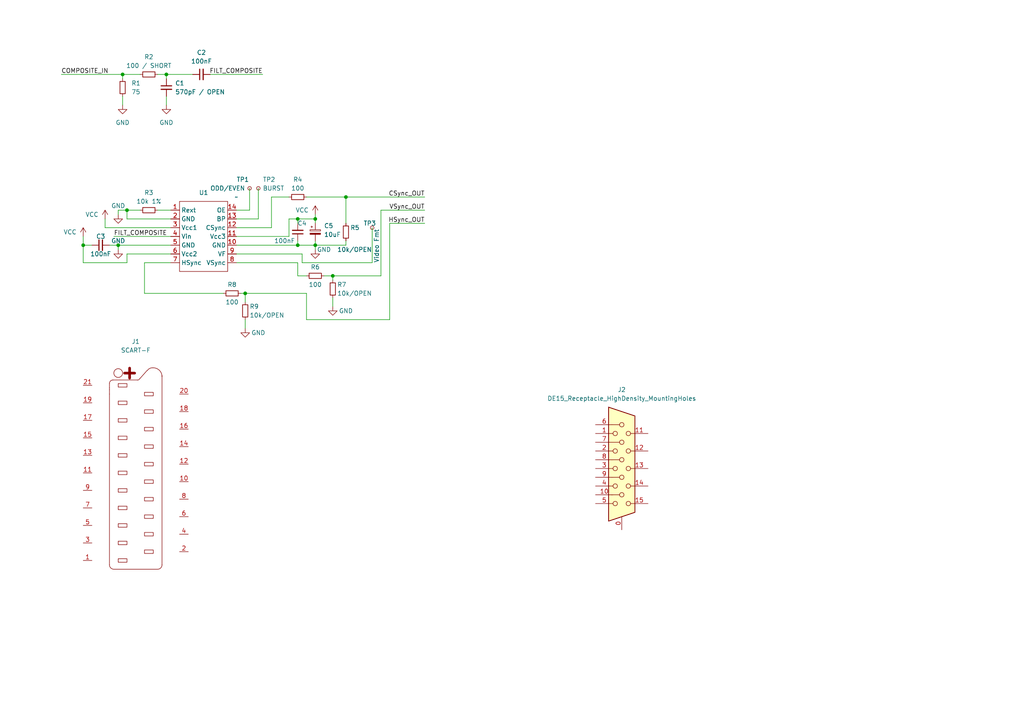
<source format=kicad_sch>
(kicad_sch (version 20230121) (generator eeschema)

  (uuid 99f02354-cbc7-4051-afde-370f4d1f5517)

  (paper "A4")

  (lib_symbols
    (symbol "Connector:DE15_Receptacle_HighDensity_MountingHoles" (pin_names (offset 1.016) hide) (in_bom yes) (on_board yes)
      (property "Reference" "J" (at 0 21.59 0)
        (effects (font (size 1.27 1.27)))
      )
      (property "Value" "DE15_Receptacle_HighDensity_MountingHoles" (at 0 19.05 0)
        (effects (font (size 1.27 1.27)))
      )
      (property "Footprint" "" (at -24.13 10.16 0)
        (effects (font (size 1.27 1.27)) hide)
      )
      (property "Datasheet" " ~" (at -24.13 10.16 0)
        (effects (font (size 1.27 1.27)) hide)
      )
      (property "ki_keywords" "connector receptacle de15 female D-SUB VGA" (at 0 0 0)
        (effects (font (size 1.27 1.27)) hide)
      )
      (property "ki_description" "15-pin female receptacle socket D-SUB connector, High density (3 columns), Triple Row, Generic, VGA-connector, Mounting Hole" (at 0 0 0)
        (effects (font (size 1.27 1.27)) hide)
      )
      (property "ki_fp_filters" "DSUB*Female*" (at 0 0 0)
        (effects (font (size 1.27 1.27)) hide)
      )
      (symbol "DE15_Receptacle_HighDensity_MountingHoles_0_1"
        (circle (center -1.905 -10.16) (radius 0.635)
          (stroke (width 0) (type default))
          (fill (type none))
        )
        (circle (center -1.905 -5.08) (radius 0.635)
          (stroke (width 0) (type default))
          (fill (type none))
        )
        (circle (center -1.905 0) (radius 0.635)
          (stroke (width 0) (type default))
          (fill (type none))
        )
        (circle (center -1.905 5.08) (radius 0.635)
          (stroke (width 0) (type default))
          (fill (type none))
        )
        (circle (center -1.905 10.16) (radius 0.635)
          (stroke (width 0) (type default))
          (fill (type none))
        )
        (circle (center 0 -7.62) (radius 0.635)
          (stroke (width 0) (type default))
          (fill (type none))
        )
        (circle (center 0 -2.54) (radius 0.635)
          (stroke (width 0) (type default))
          (fill (type none))
        )
        (polyline
          (pts
            (xy -3.175 7.62)
            (xy -0.635 7.62)
          )
          (stroke (width 0) (type default))
          (fill (type none))
        )
        (polyline
          (pts
            (xy -0.635 -7.62)
            (xy -3.175 -7.62)
          )
          (stroke (width 0) (type default))
          (fill (type none))
        )
        (polyline
          (pts
            (xy -0.635 -2.54)
            (xy -3.175 -2.54)
          )
          (stroke (width 0) (type default))
          (fill (type none))
        )
        (polyline
          (pts
            (xy -0.635 2.54)
            (xy -3.175 2.54)
          )
          (stroke (width 0) (type default))
          (fill (type none))
        )
        (polyline
          (pts
            (xy -0.635 12.7)
            (xy -3.175 12.7)
          )
          (stroke (width 0) (type default))
          (fill (type none))
        )
        (polyline
          (pts
            (xy -3.81 17.78)
            (xy -3.81 -15.24)
            (xy 3.81 -12.7)
            (xy 3.81 15.24)
            (xy -3.81 17.78)
          )
          (stroke (width 0.254) (type default))
          (fill (type background))
        )
        (circle (center 0 2.54) (radius 0.635)
          (stroke (width 0) (type default))
          (fill (type none))
        )
        (circle (center 0 7.62) (radius 0.635)
          (stroke (width 0) (type default))
          (fill (type none))
        )
        (circle (center 0 12.7) (radius 0.635)
          (stroke (width 0) (type default))
          (fill (type none))
        )
        (circle (center 1.905 -10.16) (radius 0.635)
          (stroke (width 0) (type default))
          (fill (type none))
        )
        (circle (center 1.905 -5.08) (radius 0.635)
          (stroke (width 0) (type default))
          (fill (type none))
        )
        (circle (center 1.905 0) (radius 0.635)
          (stroke (width 0) (type default))
          (fill (type none))
        )
        (circle (center 1.905 5.08) (radius 0.635)
          (stroke (width 0) (type default))
          (fill (type none))
        )
        (circle (center 1.905 10.16) (radius 0.635)
          (stroke (width 0) (type default))
          (fill (type none))
        )
      )
      (symbol "DE15_Receptacle_HighDensity_MountingHoles_1_1"
        (pin passive line (at 0 -17.78 90) (length 3.81)
          (name "~" (effects (font (size 1.27 1.27))))
          (number "0" (effects (font (size 1.27 1.27))))
        )
        (pin passive line (at -7.62 10.16 0) (length 5.08)
          (name "~" (effects (font (size 1.27 1.27))))
          (number "1" (effects (font (size 1.27 1.27))))
        )
        (pin passive line (at -7.62 -7.62 0) (length 5.08)
          (name "~" (effects (font (size 1.27 1.27))))
          (number "10" (effects (font (size 1.27 1.27))))
        )
        (pin passive line (at 7.62 10.16 180) (length 5.08)
          (name "~" (effects (font (size 1.27 1.27))))
          (number "11" (effects (font (size 1.27 1.27))))
        )
        (pin passive line (at 7.62 5.08 180) (length 5.08)
          (name "~" (effects (font (size 1.27 1.27))))
          (number "12" (effects (font (size 1.27 1.27))))
        )
        (pin passive line (at 7.62 0 180) (length 5.08)
          (name "~" (effects (font (size 1.27 1.27))))
          (number "13" (effects (font (size 1.27 1.27))))
        )
        (pin passive line (at 7.62 -5.08 180) (length 5.08)
          (name "~" (effects (font (size 1.27 1.27))))
          (number "14" (effects (font (size 1.27 1.27))))
        )
        (pin passive line (at 7.62 -10.16 180) (length 5.08)
          (name "~" (effects (font (size 1.27 1.27))))
          (number "15" (effects (font (size 1.27 1.27))))
        )
        (pin passive line (at -7.62 5.08 0) (length 5.08)
          (name "~" (effects (font (size 1.27 1.27))))
          (number "2" (effects (font (size 1.27 1.27))))
        )
        (pin passive line (at -7.62 0 0) (length 5.08)
          (name "~" (effects (font (size 1.27 1.27))))
          (number "3" (effects (font (size 1.27 1.27))))
        )
        (pin passive line (at -7.62 -5.08 0) (length 5.08)
          (name "~" (effects (font (size 1.27 1.27))))
          (number "4" (effects (font (size 1.27 1.27))))
        )
        (pin passive line (at -7.62 -10.16 0) (length 5.08)
          (name "~" (effects (font (size 1.27 1.27))))
          (number "5" (effects (font (size 1.27 1.27))))
        )
        (pin passive line (at -7.62 12.7 0) (length 5.08)
          (name "~" (effects (font (size 1.27 1.27))))
          (number "6" (effects (font (size 1.27 1.27))))
        )
        (pin passive line (at -7.62 7.62 0) (length 5.08)
          (name "~" (effects (font (size 1.27 1.27))))
          (number "7" (effects (font (size 1.27 1.27))))
        )
        (pin passive line (at -7.62 2.54 0) (length 5.08)
          (name "~" (effects (font (size 1.27 1.27))))
          (number "8" (effects (font (size 1.27 1.27))))
        )
        (pin passive line (at -7.62 -2.54 0) (length 5.08)
          (name "~" (effects (font (size 1.27 1.27))))
          (number "9" (effects (font (size 1.27 1.27))))
        )
      )
    )
    (symbol "Connector:SCART-F" (pin_names (offset 0.762) hide) (in_bom yes) (on_board yes)
      (property "Reference" "J" (at 0 31.75 0)
        (effects (font (size 1.27 1.27)))
      )
      (property "Value" "SCART-F" (at 1.016 -29.21 0)
        (effects (font (size 1.27 1.27)))
      )
      (property "Footprint" "" (at 0 1.27 0)
        (effects (font (size 1.27 1.27)) hide)
      )
      (property "Datasheet" " ~" (at 0 1.27 0)
        (effects (font (size 1.27 1.27)) hide)
      )
      (property "ki_keywords" "connector" (at 0 0 0)
        (effects (font (size 1.27 1.27)) hide)
      )
      (property "ki_description" "Prise Peritel" (at 0 0 0)
        (effects (font (size 1.27 1.27)) hide)
      )
      (symbol "SCART-F_0_1"
        (arc (start -7.62 -26.67) (mid -7.248 -27.568) (end -6.35 -27.94)
          (stroke (width 0) (type default))
          (fill (type none))
        )
        (arc (start -6.604 26.9494) (mid -7.3224 26.6518) (end -7.62 25.9334)
          (stroke (width 0) (type default))
          (fill (type none))
        )
        (rectangle (start -5.08 -24.892) (end -2.54 -25.908)
          (stroke (width 0) (type default))
          (fill (type none))
        )
        (rectangle (start -5.08 -19.812) (end -2.54 -20.828)
          (stroke (width 0) (type default))
          (fill (type none))
        )
        (rectangle (start -5.08 -14.732) (end -2.54 -15.748)
          (stroke (width 0) (type default))
          (fill (type none))
        )
        (rectangle (start -5.08 -9.652) (end -2.54 -10.668)
          (stroke (width 0) (type default))
          (fill (type none))
        )
        (rectangle (start -5.08 -4.572) (end -2.54 -5.588)
          (stroke (width 0) (type default))
          (fill (type none))
        )
        (rectangle (start -5.08 0.508) (end -2.54 -0.508)
          (stroke (width 0) (type default))
          (fill (type none))
        )
        (rectangle (start -5.08 5.588) (end -2.54 4.572)
          (stroke (width 0) (type default))
          (fill (type none))
        )
        (rectangle (start -5.08 10.668) (end -2.54 9.652)
          (stroke (width 0) (type default))
          (fill (type none))
        )
        (rectangle (start -5.08 15.748) (end -2.54 14.732)
          (stroke (width 0) (type default))
          (fill (type none))
        )
        (rectangle (start -5.08 20.828) (end -2.54 19.812)
          (stroke (width 0) (type default))
          (fill (type none))
        )
        (rectangle (start -5.08 25.908) (end -2.54 24.892)
          (stroke (width 0) (type default))
          (fill (type none))
        )
        (circle (center -5.08 28.956) (radius 1.27)
          (stroke (width 0) (type default))
          (fill (type none))
        )
        (polyline
          (pts
            (xy -7.62 22.86)
            (xy -7.62 -26.67)
          )
          (stroke (width 0) (type default))
          (fill (type none))
        )
        (polyline
          (pts
            (xy -7.62 22.86)
            (xy -7.62 24.13)
          )
          (stroke (width 0) (type default))
          (fill (type none))
        )
        (polyline
          (pts
            (xy -7.62 24.6634)
            (xy -7.62 24.13)
          )
          (stroke (width 0) (type default))
          (fill (type none))
        )
        (polyline
          (pts
            (xy -7.62 24.6634)
            (xy -7.62 25.9334)
          )
          (stroke (width 0) (type default))
          (fill (type none))
        )
        (polyline
          (pts
            (xy -6.604 26.9494)
            (xy 0.508 26.9494)
          )
          (stroke (width 0) (type default))
          (fill (type none))
        )
        (polyline
          (pts
            (xy -6.35 -27.94)
            (xy 6.35 -27.94)
          )
          (stroke (width 0) (type default))
          (fill (type none))
        )
        (polyline
          (pts
            (xy 3.302 29.718)
            (xy 1.27 27.432)
          )
          (stroke (width 0) (type default))
          (fill (type none))
        )
        (polyline
          (pts
            (xy 4.826 30.48)
            (xy 5.08 30.48)
          )
          (stroke (width 0) (type default))
          (fill (type none))
        )
        (polyline
          (pts
            (xy 7.62 -26.67)
            (xy 7.62 28.2194)
          )
          (stroke (width 0) (type default))
          (fill (type none))
        )
        (arc (start 0.508 26.924) (mid 0.9569 27.0702) (end 1.2192 27.4574)
          (stroke (width 0) (type default))
          (fill (type none))
        )
        (rectangle (start 2.54 -22.352) (end 5.08 -23.368)
          (stroke (width 0) (type default))
          (fill (type none))
        )
        (rectangle (start 2.54 -17.272) (end 5.08 -18.288)
          (stroke (width 0) (type default))
          (fill (type none))
        )
        (rectangle (start 2.54 -12.192) (end 5.08 -13.208)
          (stroke (width 0) (type default))
          (fill (type none))
        )
        (rectangle (start 2.54 -7.112) (end 5.08 -8.128)
          (stroke (width 0) (type default))
          (fill (type none))
        )
        (rectangle (start 2.54 -2.032) (end 5.08 -3.048)
          (stroke (width 0) (type default))
          (fill (type none))
        )
        (rectangle (start 2.54 3.048) (end 5.08 2.032)
          (stroke (width 0) (type default))
          (fill (type none))
        )
        (rectangle (start 2.54 8.128) (end 5.08 7.112)
          (stroke (width 0) (type default))
          (fill (type none))
        )
        (rectangle (start 2.54 13.208) (end 5.08 12.192)
          (stroke (width 0) (type default))
          (fill (type none))
        )
        (rectangle (start 2.54 18.288) (end 5.08 17.272)
          (stroke (width 0) (type default))
          (fill (type none))
        )
        (rectangle (start 2.54 23.368) (end 5.08 22.352)
          (stroke (width 0) (type default))
          (fill (type none))
        )
        (arc (start 4.826 30.48) (mid 3.999 30.2726) (end 3.3782 29.6926)
          (stroke (width 0) (type default))
          (fill (type none))
        )
        (arc (start 6.35 -27.94) (mid 7.248 -27.568) (end 7.62 -26.67)
          (stroke (width 0) (type default))
          (fill (type none))
        )
        (arc (start 7.62 27.94) (mid 6.8761 29.7361) (end 5.08 30.48)
          (stroke (width 0) (type default))
          (fill (type none))
        )
        (text "+" (at -1.778 29.21 0)
          (effects (font (size 3.81 3.81) bold))
        )
      )
      (symbol "SCART-F_1_1"
        (pin passive line (at -15.24 -25.4 0) (length 2.54)
          (name "P1" (effects (font (size 1.27 1.27))))
          (number "1" (effects (font (size 1.27 1.27))))
        )
        (pin passive line (at 15.24 -2.54 180) (length 2.54)
          (name "P10" (effects (font (size 1.27 1.27))))
          (number "10" (effects (font (size 1.27 1.27))))
        )
        (pin passive line (at -15.24 0 0) (length 2.54)
          (name "P11" (effects (font (size 1.27 1.27))))
          (number "11" (effects (font (size 1.27 1.27))))
        )
        (pin passive line (at 15.24 2.54 180) (length 2.54)
          (name "P12" (effects (font (size 1.27 1.27))))
          (number "12" (effects (font (size 1.27 1.27))))
        )
        (pin passive line (at -15.24 5.08 0) (length 2.54)
          (name "P13" (effects (font (size 1.27 1.27))))
          (number "13" (effects (font (size 1.27 1.27))))
        )
        (pin passive line (at 15.24 7.62 180) (length 2.54)
          (name "P14" (effects (font (size 1.27 1.27))))
          (number "14" (effects (font (size 1.27 1.27))))
        )
        (pin passive line (at -15.24 10.16 0) (length 2.54)
          (name "P15" (effects (font (size 1.27 1.27))))
          (number "15" (effects (font (size 1.27 1.27))))
        )
        (pin passive line (at 15.24 12.7 180) (length 2.54)
          (name "P16" (effects (font (size 1.27 1.27))))
          (number "16" (effects (font (size 1.27 1.27))))
        )
        (pin passive line (at -15.24 15.24 0) (length 2.54)
          (name "P17" (effects (font (size 1.27 1.27))))
          (number "17" (effects (font (size 1.27 1.27))))
        )
        (pin passive line (at 15.24 17.78 180) (length 2.54)
          (name "P18" (effects (font (size 1.27 1.27))))
          (number "18" (effects (font (size 1.27 1.27))))
        )
        (pin passive line (at -15.24 20.32 0) (length 2.54)
          (name "P19" (effects (font (size 1.27 1.27))))
          (number "19" (effects (font (size 1.27 1.27))))
        )
        (pin passive line (at 15.24 -22.86 180) (length 2.54)
          (name "P2" (effects (font (size 1.27 1.27))))
          (number "2" (effects (font (size 1.27 1.27))))
        )
        (pin passive line (at 15.24 22.86 180) (length 2.54)
          (name "P20" (effects (font (size 1.27 1.27))))
          (number "20" (effects (font (size 1.27 1.27))))
        )
        (pin passive line (at -15.24 25.4 0) (length 2.54)
          (name "P21" (effects (font (size 1.27 1.27))))
          (number "21" (effects (font (size 1.27 1.27))))
        )
        (pin passive line (at -15.24 -20.32 0) (length 2.54)
          (name "P3" (effects (font (size 1.27 1.27))))
          (number "3" (effects (font (size 1.27 1.27))))
        )
        (pin passive line (at 15.24 -17.78 180) (length 2.54)
          (name "P4" (effects (font (size 1.27 1.27))))
          (number "4" (effects (font (size 1.27 1.27))))
        )
        (pin passive line (at -15.24 -15.24 0) (length 2.54)
          (name "P5" (effects (font (size 1.27 1.27))))
          (number "5" (effects (font (size 1.27 1.27))))
        )
        (pin passive line (at 15.24 -12.7 180) (length 2.54)
          (name "P6" (effects (font (size 1.27 1.27))))
          (number "6" (effects (font (size 1.27 1.27))))
        )
        (pin passive line (at -15.24 -10.16 0) (length 2.54)
          (name "P7" (effects (font (size 1.27 1.27))))
          (number "7" (effects (font (size 1.27 1.27))))
        )
        (pin passive line (at 15.24 -7.62 180) (length 2.54)
          (name "P8" (effects (font (size 1.27 1.27))))
          (number "8" (effects (font (size 1.27 1.27))))
        )
        (pin passive line (at -15.24 -5.08 0) (length 2.54)
          (name "P9" (effects (font (size 1.27 1.27))))
          (number "9" (effects (font (size 1.27 1.27))))
        )
      )
    )
    (symbol "Connector:TestPoint_Small" (pin_numbers hide) (pin_names (offset 0.762) hide) (in_bom yes) (on_board yes)
      (property "Reference" "TP" (at 0 3.81 0)
        (effects (font (size 1.27 1.27)))
      )
      (property "Value" "TestPoint_Small" (at 0 2.032 0)
        (effects (font (size 1.27 1.27)))
      )
      (property "Footprint" "" (at 5.08 0 0)
        (effects (font (size 1.27 1.27)) hide)
      )
      (property "Datasheet" "~" (at 5.08 0 0)
        (effects (font (size 1.27 1.27)) hide)
      )
      (property "ki_keywords" "test point tp" (at 0 0 0)
        (effects (font (size 1.27 1.27)) hide)
      )
      (property "ki_description" "test point" (at 0 0 0)
        (effects (font (size 1.27 1.27)) hide)
      )
      (property "ki_fp_filters" "Pin* Test*" (at 0 0 0)
        (effects (font (size 1.27 1.27)) hide)
      )
      (symbol "TestPoint_Small_0_1"
        (circle (center 0 0) (radius 0.508)
          (stroke (width 0) (type default))
          (fill (type none))
        )
      )
      (symbol "TestPoint_Small_1_1"
        (pin passive line (at 0 0 90) (length 0)
          (name "1" (effects (font (size 1.27 1.27))))
          (number "1" (effects (font (size 1.27 1.27))))
        )
      )
    )
    (symbol "Device:C_Polarized_Small" (pin_numbers hide) (pin_names (offset 0.254) hide) (in_bom yes) (on_board yes)
      (property "Reference" "C" (at 0.254 1.778 0)
        (effects (font (size 1.27 1.27)) (justify left))
      )
      (property "Value" "C_Polarized_Small" (at 0.254 -2.032 0)
        (effects (font (size 1.27 1.27)) (justify left))
      )
      (property "Footprint" "" (at 0 0 0)
        (effects (font (size 1.27 1.27)) hide)
      )
      (property "Datasheet" "~" (at 0 0 0)
        (effects (font (size 1.27 1.27)) hide)
      )
      (property "ki_keywords" "cap capacitor" (at 0 0 0)
        (effects (font (size 1.27 1.27)) hide)
      )
      (property "ki_description" "Polarized capacitor, small symbol" (at 0 0 0)
        (effects (font (size 1.27 1.27)) hide)
      )
      (property "ki_fp_filters" "CP_*" (at 0 0 0)
        (effects (font (size 1.27 1.27)) hide)
      )
      (symbol "C_Polarized_Small_0_1"
        (rectangle (start -1.524 -0.3048) (end 1.524 -0.6858)
          (stroke (width 0) (type default))
          (fill (type outline))
        )
        (rectangle (start -1.524 0.6858) (end 1.524 0.3048)
          (stroke (width 0) (type default))
          (fill (type none))
        )
        (polyline
          (pts
            (xy -1.27 1.524)
            (xy -0.762 1.524)
          )
          (stroke (width 0) (type default))
          (fill (type none))
        )
        (polyline
          (pts
            (xy -1.016 1.27)
            (xy -1.016 1.778)
          )
          (stroke (width 0) (type default))
          (fill (type none))
        )
      )
      (symbol "C_Polarized_Small_1_1"
        (pin passive line (at 0 2.54 270) (length 1.8542)
          (name "~" (effects (font (size 1.27 1.27))))
          (number "1" (effects (font (size 1.27 1.27))))
        )
        (pin passive line (at 0 -2.54 90) (length 1.8542)
          (name "~" (effects (font (size 1.27 1.27))))
          (number "2" (effects (font (size 1.27 1.27))))
        )
      )
    )
    (symbol "Device:C_Small" (pin_numbers hide) (pin_names (offset 0.254) hide) (in_bom yes) (on_board yes)
      (property "Reference" "C" (at 0.254 1.778 0)
        (effects (font (size 1.27 1.27)) (justify left))
      )
      (property "Value" "C_Small" (at 0.254 -2.032 0)
        (effects (font (size 1.27 1.27)) (justify left))
      )
      (property "Footprint" "" (at 0 0 0)
        (effects (font (size 1.27 1.27)) hide)
      )
      (property "Datasheet" "~" (at 0 0 0)
        (effects (font (size 1.27 1.27)) hide)
      )
      (property "ki_keywords" "capacitor cap" (at 0 0 0)
        (effects (font (size 1.27 1.27)) hide)
      )
      (property "ki_description" "Unpolarized capacitor, small symbol" (at 0 0 0)
        (effects (font (size 1.27 1.27)) hide)
      )
      (property "ki_fp_filters" "C_*" (at 0 0 0)
        (effects (font (size 1.27 1.27)) hide)
      )
      (symbol "C_Small_0_1"
        (polyline
          (pts
            (xy -1.524 -0.508)
            (xy 1.524 -0.508)
          )
          (stroke (width 0.3302) (type default))
          (fill (type none))
        )
        (polyline
          (pts
            (xy -1.524 0.508)
            (xy 1.524 0.508)
          )
          (stroke (width 0.3048) (type default))
          (fill (type none))
        )
      )
      (symbol "C_Small_1_1"
        (pin passive line (at 0 2.54 270) (length 2.032)
          (name "~" (effects (font (size 1.27 1.27))))
          (number "1" (effects (font (size 1.27 1.27))))
        )
        (pin passive line (at 0 -2.54 90) (length 2.032)
          (name "~" (effects (font (size 1.27 1.27))))
          (number "2" (effects (font (size 1.27 1.27))))
        )
      )
    )
    (symbol "Device:R_Small" (pin_numbers hide) (pin_names (offset 0.254) hide) (in_bom yes) (on_board yes)
      (property "Reference" "R" (at 0.762 0.508 0)
        (effects (font (size 1.27 1.27)) (justify left))
      )
      (property "Value" "R_Small" (at 0.762 -1.016 0)
        (effects (font (size 1.27 1.27)) (justify left))
      )
      (property "Footprint" "" (at 0 0 0)
        (effects (font (size 1.27 1.27)) hide)
      )
      (property "Datasheet" "~" (at 0 0 0)
        (effects (font (size 1.27 1.27)) hide)
      )
      (property "ki_keywords" "R resistor" (at 0 0 0)
        (effects (font (size 1.27 1.27)) hide)
      )
      (property "ki_description" "Resistor, small symbol" (at 0 0 0)
        (effects (font (size 1.27 1.27)) hide)
      )
      (property "ki_fp_filters" "R_*" (at 0 0 0)
        (effects (font (size 1.27 1.27)) hide)
      )
      (symbol "R_Small_0_1"
        (rectangle (start -0.762 1.778) (end 0.762 -1.778)
          (stroke (width 0.2032) (type default))
          (fill (type none))
        )
      )
      (symbol "R_Small_1_1"
        (pin passive line (at 0 2.54 270) (length 0.762)
          (name "~" (effects (font (size 1.27 1.27))))
          (number "1" (effects (font (size 1.27 1.27))))
        )
        (pin passive line (at 0 -2.54 90) (length 0.762)
          (name "~" (effects (font (size 1.27 1.27))))
          (number "2" (effects (font (size 1.27 1.27))))
        )
      )
    )
    (symbol "LMH1981:LMH1981" (in_bom yes) (on_board yes)
      (property "Reference" "U" (at -5.08 11.43 0)
        (effects (font (size 1.27 1.27)))
      )
      (property "Value" "" (at 8.89 11.43 0)
        (effects (font (size 1.27 1.27)))
      )
      (property "Footprint" "Package_SO:TSSOP-14_4.4x5mm_P0.65mm" (at 8.89 11.43 0)
        (effects (font (size 1.27 1.27)) hide)
      )
      (property "Datasheet" "" (at 8.89 11.43 0)
        (effects (font (size 1.27 1.27)) hide)
      )
      (symbol "LMH1981_0_1"
        (rectangle (start -7.62 10.16) (end 6.35 -10.16)
          (stroke (width 0) (type default))
          (fill (type none))
        )
      )
      (symbol "LMH1981_1_1"
        (pin input line (at -10.16 7.62 0) (length 2.54)
          (name "Rext" (effects (font (size 1.27 1.27))))
          (number "1" (effects (font (size 1.27 1.27))))
        )
        (pin power_in line (at 8.89 -2.54 180) (length 2.54)
          (name "GND" (effects (font (size 1.27 1.27))))
          (number "10" (effects (font (size 1.27 1.27))))
        )
        (pin power_in line (at 8.89 0 180) (length 2.54)
          (name "Vcc3" (effects (font (size 1.27 1.27))))
          (number "11" (effects (font (size 1.27 1.27))))
        )
        (pin output line (at 8.89 2.54 180) (length 2.54)
          (name "CSync" (effects (font (size 1.27 1.27))))
          (number "12" (effects (font (size 1.27 1.27))))
        )
        (pin output line (at 8.89 5.08 180) (length 2.54)
          (name "BP" (effects (font (size 1.27 1.27))))
          (number "13" (effects (font (size 1.27 1.27))))
        )
        (pin output line (at 8.89 7.62 180) (length 2.54)
          (name "OE" (effects (font (size 1.27 1.27))))
          (number "14" (effects (font (size 1.27 1.27))))
        )
        (pin power_in line (at -10.16 5.08 0) (length 2.54)
          (name "GND" (effects (font (size 1.27 1.27))))
          (number "2" (effects (font (size 1.27 1.27))))
        )
        (pin power_in line (at -10.16 2.54 0) (length 2.54)
          (name "Vcc1" (effects (font (size 1.27 1.27))))
          (number "3" (effects (font (size 1.27 1.27))))
        )
        (pin input line (at -10.16 0 0) (length 2.54)
          (name "Vin" (effects (font (size 1.27 1.27))))
          (number "4" (effects (font (size 1.27 1.27))))
        )
        (pin power_in line (at -10.16 -2.54 0) (length 2.54)
          (name "GND" (effects (font (size 1.27 1.27))))
          (number "5" (effects (font (size 1.27 1.27))))
        )
        (pin power_in line (at -10.16 -5.08 0) (length 2.54)
          (name "Vcc2" (effects (font (size 1.27 1.27))))
          (number "6" (effects (font (size 1.27 1.27))))
        )
        (pin output line (at -10.16 -7.62 0) (length 2.54)
          (name "HSync" (effects (font (size 1.27 1.27))))
          (number "7" (effects (font (size 1.27 1.27))))
        )
        (pin output line (at 8.89 -7.62 180) (length 2.54)
          (name "VSync" (effects (font (size 1.27 1.27))))
          (number "8" (effects (font (size 1.27 1.27))))
        )
        (pin output line (at 8.89 -5.08 180) (length 2.54)
          (name "VF" (effects (font (size 1.27 1.27))))
          (number "9" (effects (font (size 1.27 1.27))))
        )
      )
    )
    (symbol "power:GND" (power) (pin_names (offset 0)) (in_bom yes) (on_board yes)
      (property "Reference" "#PWR" (at 0 -6.35 0)
        (effects (font (size 1.27 1.27)) hide)
      )
      (property "Value" "GND" (at 0 -3.81 0)
        (effects (font (size 1.27 1.27)))
      )
      (property "Footprint" "" (at 0 0 0)
        (effects (font (size 1.27 1.27)) hide)
      )
      (property "Datasheet" "" (at 0 0 0)
        (effects (font (size 1.27 1.27)) hide)
      )
      (property "ki_keywords" "global power" (at 0 0 0)
        (effects (font (size 1.27 1.27)) hide)
      )
      (property "ki_description" "Power symbol creates a global label with name \"GND\" , ground" (at 0 0 0)
        (effects (font (size 1.27 1.27)) hide)
      )
      (symbol "GND_0_1"
        (polyline
          (pts
            (xy 0 0)
            (xy 0 -1.27)
            (xy 1.27 -1.27)
            (xy 0 -2.54)
            (xy -1.27 -1.27)
            (xy 0 -1.27)
          )
          (stroke (width 0) (type default))
          (fill (type none))
        )
      )
      (symbol "GND_1_1"
        (pin power_in line (at 0 0 270) (length 0) hide
          (name "GND" (effects (font (size 1.27 1.27))))
          (number "1" (effects (font (size 1.27 1.27))))
        )
      )
    )
    (symbol "power:VCC" (power) (pin_names (offset 0)) (in_bom yes) (on_board yes)
      (property "Reference" "#PWR" (at 0 -3.81 0)
        (effects (font (size 1.27 1.27)) hide)
      )
      (property "Value" "VCC" (at 0 3.81 0)
        (effects (font (size 1.27 1.27)))
      )
      (property "Footprint" "" (at 0 0 0)
        (effects (font (size 1.27 1.27)) hide)
      )
      (property "Datasheet" "" (at 0 0 0)
        (effects (font (size 1.27 1.27)) hide)
      )
      (property "ki_keywords" "global power" (at 0 0 0)
        (effects (font (size 1.27 1.27)) hide)
      )
      (property "ki_description" "Power symbol creates a global label with name \"VCC\"" (at 0 0 0)
        (effects (font (size 1.27 1.27)) hide)
      )
      (symbol "VCC_0_1"
        (polyline
          (pts
            (xy -0.762 1.27)
            (xy 0 2.54)
          )
          (stroke (width 0) (type default))
          (fill (type none))
        )
        (polyline
          (pts
            (xy 0 0)
            (xy 0 2.54)
          )
          (stroke (width 0) (type default))
          (fill (type none))
        )
        (polyline
          (pts
            (xy 0 2.54)
            (xy 0.762 1.27)
          )
          (stroke (width 0) (type default))
          (fill (type none))
        )
      )
      (symbol "VCC_1_1"
        (pin power_in line (at 0 0 90) (length 0) hide
          (name "VCC" (effects (font (size 1.27 1.27))))
          (number "1" (effects (font (size 1.27 1.27))))
        )
      )
    )
  )

  (junction (at 34.29 71.12) (diameter 0) (color 0 0 0 0)
    (uuid 1f6151fd-c8b3-4ce4-886c-459f677ad68d)
  )
  (junction (at 36.83 60.96) (diameter 0) (color 0 0 0 0)
    (uuid 20eb1602-902c-47ce-8985-c0a380bc79be)
  )
  (junction (at 100.33 57.15) (diameter 0) (color 0 0 0 0)
    (uuid 2e3b5c18-8c6f-49c8-b0e9-5053b5c4e1e2)
  )
  (junction (at 91.44 71.12) (diameter 0) (color 0 0 0 0)
    (uuid 306a20c6-269c-41f7-99fb-92b95ce28d11)
  )
  (junction (at 96.52 80.01) (diameter 0) (color 0 0 0 0)
    (uuid 4e2cd2e0-77d9-4b43-a170-2677763c7680)
  )
  (junction (at 71.12 85.09) (diameter 0) (color 0 0 0 0)
    (uuid 68d91867-d5ef-4760-84b6-83df8b15777e)
  )
  (junction (at 86.36 71.12) (diameter 0) (color 0 0 0 0)
    (uuid 6d8213b9-5216-43fa-a9bb-0532df625612)
  )
  (junction (at 86.36 63.5) (diameter 0) (color 0 0 0 0)
    (uuid 6ee6aa93-8f69-4817-ad87-f04486d92cee)
  )
  (junction (at 24.13 71.12) (diameter 0) (color 0 0 0 0)
    (uuid 86f06fb7-ff20-40fb-a6e0-8dd0b9abe961)
  )
  (junction (at 91.44 63.5) (diameter 0) (color 0 0 0 0)
    (uuid 8ac8623d-47a9-4013-9669-69f067e8c363)
  )
  (junction (at 35.56 21.59) (diameter 0) (color 0 0 0 0)
    (uuid 93876194-f177-4d66-b38b-9a0cae48cc46)
  )
  (junction (at 48.26 21.59) (diameter 0) (color 0 0 0 0)
    (uuid d0c4a700-7248-447e-a861-d48b31611132)
  )

  (wire (pts (xy 49.53 76.2) (xy 41.91 76.2))
    (stroke (width 0) (type default))
    (uuid 06b977fd-584c-496d-9772-e5c6574d0047)
  )
  (wire (pts (xy 91.44 71.12) (xy 91.44 72.39))
    (stroke (width 0) (type default))
    (uuid 07f8c32e-e579-4b96-8d61-8f38c69656fb)
  )
  (wire (pts (xy 33.02 68.58) (xy 49.53 68.58))
    (stroke (width 0) (type default))
    (uuid 082b2a2b-17b6-40af-a332-bd27aad789dd)
  )
  (wire (pts (xy 49.53 71.12) (xy 34.29 71.12))
    (stroke (width 0) (type default))
    (uuid 0995dfb3-8a05-4123-95e7-02b621f1cdf4)
  )
  (wire (pts (xy 87.63 73.66) (xy 87.63 76.2))
    (stroke (width 0) (type default))
    (uuid 0a5da063-0d66-418f-a9db-1c91f27ef972)
  )
  (wire (pts (xy 86.36 63.5) (xy 86.36 64.77))
    (stroke (width 0) (type default))
    (uuid 135e39ee-8ce1-4367-9d26-736c1cf772d9)
  )
  (wire (pts (xy 35.56 27.94) (xy 35.56 30.48))
    (stroke (width 0) (type default))
    (uuid 1664bd1f-ee02-4022-910d-41f520bc925c)
  )
  (wire (pts (xy 78.74 66.04) (xy 78.74 57.15))
    (stroke (width 0) (type default))
    (uuid 19ce7573-48b7-4f3f-b4d9-907737e74a24)
  )
  (wire (pts (xy 31.75 71.12) (xy 34.29 71.12))
    (stroke (width 0) (type default))
    (uuid 22bb1fb6-e38d-414b-96b0-35d9da2a5f01)
  )
  (wire (pts (xy 49.53 73.66) (xy 36.83 73.66))
    (stroke (width 0) (type default))
    (uuid 247afcf5-6e3a-4c9a-b548-ef8a45dbbc1f)
  )
  (wire (pts (xy 48.26 21.59) (xy 55.88 21.59))
    (stroke (width 0) (type default))
    (uuid 29c2b8f7-59cd-4796-a78c-73745bd4ffbc)
  )
  (wire (pts (xy 83.82 68.58) (xy 83.82 63.5))
    (stroke (width 0) (type default))
    (uuid 29e12d5e-70c6-4ec7-84f8-5c0d06c6a96e)
  )
  (wire (pts (xy 48.26 21.59) (xy 48.26 22.86))
    (stroke (width 0) (type default))
    (uuid 2a4e28c7-a412-4c5e-9887-1d0e9c50b758)
  )
  (wire (pts (xy 86.36 63.5) (xy 91.44 63.5))
    (stroke (width 0) (type default))
    (uuid 2b672ae8-8c3f-4fa5-805c-ad16cf6dd492)
  )
  (wire (pts (xy 107.95 66.04) (xy 107.95 76.2))
    (stroke (width 0) (type default))
    (uuid 2c862b8b-7292-47ca-bdaa-262d75aecee6)
  )
  (wire (pts (xy 83.82 63.5) (xy 86.36 63.5))
    (stroke (width 0) (type default))
    (uuid 340d94a1-4840-495f-adf2-dd541fa6c9fe)
  )
  (wire (pts (xy 68.58 71.12) (xy 86.36 71.12))
    (stroke (width 0) (type default))
    (uuid 3ab0170c-ba5f-479e-8eab-d986206c0a52)
  )
  (wire (pts (xy 17.78 21.59) (xy 35.56 21.59))
    (stroke (width 0) (type default))
    (uuid 3cc04199-a1c3-4bc9-8b1b-cbf7ffd3ef86)
  )
  (wire (pts (xy 60.96 21.59) (xy 76.2 21.59))
    (stroke (width 0) (type default))
    (uuid 3dedd460-60a8-4432-b7c8-4bae03fe9248)
  )
  (wire (pts (xy 24.13 76.2) (xy 24.13 71.12))
    (stroke (width 0) (type default))
    (uuid 3f7647ea-4100-4c4c-b24c-8ebfde22337b)
  )
  (wire (pts (xy 88.9 57.15) (xy 100.33 57.15))
    (stroke (width 0) (type default))
    (uuid 42e2430d-3917-468c-9538-b592d88e8e84)
  )
  (wire (pts (xy 100.33 57.15) (xy 100.33 64.77))
    (stroke (width 0) (type default))
    (uuid 49a34792-483a-4e4f-990b-e7336c4547fa)
  )
  (wire (pts (xy 24.13 71.12) (xy 26.67 71.12))
    (stroke (width 0) (type default))
    (uuid 4b10524d-54fc-4777-97f6-8149b382f66a)
  )
  (wire (pts (xy 91.44 71.12) (xy 100.33 71.12))
    (stroke (width 0) (type default))
    (uuid 4b7dc156-fe47-41c8-9223-bdfb48862d03)
  )
  (wire (pts (xy 87.63 76.2) (xy 107.95 76.2))
    (stroke (width 0) (type default))
    (uuid 50abde1c-d9eb-4e72-b000-7b05a591e078)
  )
  (wire (pts (xy 68.58 73.66) (xy 87.63 73.66))
    (stroke (width 0) (type default))
    (uuid 50be083e-4e14-4c8f-b462-d9274ead7ec4)
  )
  (wire (pts (xy 68.58 68.58) (xy 83.82 68.58))
    (stroke (width 0) (type default))
    (uuid 53129b1c-82df-4f25-96e7-fa6a53b54bd5)
  )
  (wire (pts (xy 86.36 80.01) (xy 88.9 80.01))
    (stroke (width 0) (type default))
    (uuid 58488783-23ef-48aa-85a7-a67da477b908)
  )
  (wire (pts (xy 100.33 71.12) (xy 100.33 69.85))
    (stroke (width 0) (type default))
    (uuid 6423cac9-fa6e-43ea-8ce7-2a416ca8342a)
  )
  (wire (pts (xy 35.56 21.59) (xy 40.64 21.59))
    (stroke (width 0) (type default))
    (uuid 64e007ad-09ed-4b03-8d8d-280dfd089b68)
  )
  (wire (pts (xy 110.49 80.01) (xy 110.49 60.96))
    (stroke (width 0) (type default))
    (uuid 66cfce21-784a-48d9-9ce3-ed1fe6cd35d0)
  )
  (wire (pts (xy 93.98 80.01) (xy 96.52 80.01))
    (stroke (width 0) (type default))
    (uuid 6a60f426-3b46-499c-9a7d-878b1e7d67b9)
  )
  (wire (pts (xy 36.83 60.96) (xy 34.29 60.96))
    (stroke (width 0) (type default))
    (uuid 756a3a93-5d0b-4bd2-ac34-e0124588bf30)
  )
  (wire (pts (xy 49.53 66.04) (xy 30.48 66.04))
    (stroke (width 0) (type default))
    (uuid 77217a13-86d8-4570-83d2-bdcebe55c8c7)
  )
  (wire (pts (xy 40.64 60.96) (xy 36.83 60.96))
    (stroke (width 0) (type default))
    (uuid 78cba15a-fffc-4880-ae50-0894dda38914)
  )
  (wire (pts (xy 71.12 85.09) (xy 71.12 87.63))
    (stroke (width 0) (type default))
    (uuid 79ee5566-3257-4c51-85c4-d1834d600046)
  )
  (wire (pts (xy 68.58 66.04) (xy 78.74 66.04))
    (stroke (width 0) (type default))
    (uuid 7c941a88-6035-4311-b51e-4d923c10e040)
  )
  (wire (pts (xy 86.36 76.2) (xy 86.36 80.01))
    (stroke (width 0) (type default))
    (uuid 7f6c4d42-5dec-4cde-ac27-310f86c9f92e)
  )
  (wire (pts (xy 30.48 66.04) (xy 30.48 63.5))
    (stroke (width 0) (type default))
    (uuid 81455559-9191-4ec5-abc0-b7d8027dd9f2)
  )
  (wire (pts (xy 36.83 73.66) (xy 36.83 76.2))
    (stroke (width 0) (type default))
    (uuid 8336c67a-7e37-43f9-9d28-42030e80a9d9)
  )
  (wire (pts (xy 91.44 63.5) (xy 91.44 64.77))
    (stroke (width 0) (type default))
    (uuid 8493f2fd-7102-4f21-84bb-cffbe42c62e5)
  )
  (wire (pts (xy 86.36 71.12) (xy 91.44 71.12))
    (stroke (width 0) (type default))
    (uuid 84bfb1e1-c2d4-4cb6-980e-ed5be76c1695)
  )
  (wire (pts (xy 78.74 57.15) (xy 83.82 57.15))
    (stroke (width 0) (type default))
    (uuid 882b26a1-5102-46b3-8e93-59e938af095f)
  )
  (wire (pts (xy 100.33 57.15) (xy 123.19 57.15))
    (stroke (width 0) (type default))
    (uuid 8fbfa21d-9895-46c5-8d16-99123551583b)
  )
  (wire (pts (xy 91.44 71.12) (xy 91.44 69.85))
    (stroke (width 0) (type default))
    (uuid 8fcb57c5-5fda-4695-b16e-2a4080da9340)
  )
  (wire (pts (xy 113.03 64.77) (xy 123.19 64.77))
    (stroke (width 0) (type default))
    (uuid 94639774-481c-4dec-8da8-a08ff55f25a1)
  )
  (wire (pts (xy 110.49 60.96) (xy 123.19 60.96))
    (stroke (width 0) (type default))
    (uuid 94ac643d-2d2c-40df-a9dc-face6698f339)
  )
  (wire (pts (xy 69.85 85.09) (xy 71.12 85.09))
    (stroke (width 0) (type default))
    (uuid 965f619f-6d7d-4621-921d-2b18fbd0d111)
  )
  (wire (pts (xy 41.91 76.2) (xy 41.91 85.09))
    (stroke (width 0) (type default))
    (uuid 9688d957-c2c4-4ae4-b462-527ac29e51d7)
  )
  (wire (pts (xy 96.52 80.01) (xy 96.52 81.28))
    (stroke (width 0) (type default))
    (uuid 99be2588-6b5c-420f-a3d8-31bf0bae3691)
  )
  (wire (pts (xy 34.29 71.12) (xy 34.29 72.39))
    (stroke (width 0) (type default))
    (uuid 9e6ddc27-22e0-46cd-99b6-42e9778473ee)
  )
  (wire (pts (xy 88.9 92.71) (xy 113.03 92.71))
    (stroke (width 0) (type default))
    (uuid 9f5ccae8-5b3f-486a-b8b6-781b46e6ce1c)
  )
  (wire (pts (xy 91.44 62.23) (xy 91.44 63.5))
    (stroke (width 0) (type default))
    (uuid a02d0bd2-d2d6-44b8-95fc-e2046a6c459b)
  )
  (wire (pts (xy 68.58 76.2) (xy 86.36 76.2))
    (stroke (width 0) (type default))
    (uuid a18222fc-f68b-4311-a92a-4d2e02e056c4)
  )
  (wire (pts (xy 71.12 85.09) (xy 88.9 85.09))
    (stroke (width 0) (type default))
    (uuid a96bd3e1-8020-441d-819c-6d23797d504e)
  )
  (wire (pts (xy 48.26 27.94) (xy 48.26 30.48))
    (stroke (width 0) (type default))
    (uuid aa9a9154-558d-4260-a6b7-65b1ca17f30e)
  )
  (wire (pts (xy 34.29 60.96) (xy 34.29 62.23))
    (stroke (width 0) (type default))
    (uuid b1222e31-c08e-4ead-ac5f-7ab8d0f31343)
  )
  (wire (pts (xy 36.83 63.5) (xy 36.83 60.96))
    (stroke (width 0) (type default))
    (uuid b2094750-b539-4925-8b26-680ba5391284)
  )
  (wire (pts (xy 71.12 92.71) (xy 71.12 95.25))
    (stroke (width 0) (type default))
    (uuid b365a9ef-4891-4658-ad1f-0a82f6be267f)
  )
  (wire (pts (xy 68.58 60.96) (xy 72.39 60.96))
    (stroke (width 0) (type default))
    (uuid b48bd060-62b1-43f3-9e5e-4cd72c528d16)
  )
  (wire (pts (xy 35.56 21.59) (xy 35.56 22.86))
    (stroke (width 0) (type default))
    (uuid b5dc132e-98d1-49f0-82ba-33777af64a8a)
  )
  (wire (pts (xy 96.52 86.36) (xy 96.52 88.9))
    (stroke (width 0) (type default))
    (uuid b812210c-50ce-487d-93b2-65290ab0fd29)
  )
  (wire (pts (xy 96.52 80.01) (xy 110.49 80.01))
    (stroke (width 0) (type default))
    (uuid ba554531-54ad-4006-8699-618a0d0392ec)
  )
  (wire (pts (xy 88.9 85.09) (xy 88.9 92.71))
    (stroke (width 0) (type default))
    (uuid d98c7c0f-87bc-4be7-98a0-668298421f13)
  )
  (wire (pts (xy 45.72 60.96) (xy 49.53 60.96))
    (stroke (width 0) (type default))
    (uuid dab13099-0f62-4908-b467-4e439eb1ea91)
  )
  (wire (pts (xy 49.53 63.5) (xy 36.83 63.5))
    (stroke (width 0) (type default))
    (uuid dcbf9dd8-548e-4f6c-902c-030e379ff316)
  )
  (wire (pts (xy 36.83 76.2) (xy 24.13 76.2))
    (stroke (width 0) (type default))
    (uuid de917442-4eda-411b-b319-3e35dfc726c7)
  )
  (wire (pts (xy 74.93 63.5) (xy 74.93 54.61))
    (stroke (width 0) (type default))
    (uuid e557ac82-ddfd-42a6-9e7c-41489dce3677)
  )
  (wire (pts (xy 86.36 69.85) (xy 86.36 71.12))
    (stroke (width 0) (type default))
    (uuid ebd646de-8acd-4b32-a5a2-0daab117f73f)
  )
  (wire (pts (xy 41.91 85.09) (xy 64.77 85.09))
    (stroke (width 0) (type default))
    (uuid eddd87c9-cce4-4887-8765-d46cb0ee5fe1)
  )
  (wire (pts (xy 45.72 21.59) (xy 48.26 21.59))
    (stroke (width 0) (type default))
    (uuid ee1d0a56-8104-426c-b890-6f2be6eb63d9)
  )
  (wire (pts (xy 24.13 68.58) (xy 24.13 71.12))
    (stroke (width 0) (type default))
    (uuid f4af5ea7-b34c-4964-9612-075a09ac5a7b)
  )
  (wire (pts (xy 113.03 92.71) (xy 113.03 64.77))
    (stroke (width 0) (type default))
    (uuid f8b7bbca-1c28-442f-b4f5-dea995e4648e)
  )
  (wire (pts (xy 72.39 60.96) (xy 72.39 54.61))
    (stroke (width 0) (type default))
    (uuid fbcebaae-3e23-43d4-b0e6-fef64f80dc51)
  )
  (wire (pts (xy 68.58 63.5) (xy 74.93 63.5))
    (stroke (width 0) (type default))
    (uuid fecb1d77-8bcc-4e65-b883-ca7923dfe565)
  )

  (label "VSync_OUT" (at 123.19 60.96 180) (fields_autoplaced)
    (effects (font (size 1.27 1.27)) (justify right bottom))
    (uuid 0036dfba-f69b-4a42-8871-bf602b4361a4)
  )
  (label "FILT_COMPOSITE" (at 33.02 68.58 0) (fields_autoplaced)
    (effects (font (size 1.27 1.27)) (justify left bottom))
    (uuid 0181d29f-af31-43e7-aa18-a442f42c4d09)
  )
  (label "FILT_COMPOSITE" (at 76.2 21.59 180) (fields_autoplaced)
    (effects (font (size 1.27 1.27)) (justify right bottom))
    (uuid 30ddcc62-e818-4972-8390-7a53895d0888)
  )
  (label "CSync_OUT" (at 123.19 57.15 180) (fields_autoplaced)
    (effects (font (size 1.27 1.27)) (justify right bottom))
    (uuid 6473f3d8-7fd2-479f-8d12-a9f3f2da6df6)
  )
  (label "HSync_OUT" (at 123.19 64.77 180) (fields_autoplaced)
    (effects (font (size 1.27 1.27)) (justify right bottom))
    (uuid 6b2ab497-32a5-4f45-8483-992343992fd5)
  )
  (label "COMPOSITE_IN" (at 17.78 21.59 0) (fields_autoplaced)
    (effects (font (size 1.27 1.27)) (justify left bottom))
    (uuid b70f322c-5cb2-4587-baa2-1536368336c6)
  )

  (symbol (lib_id "Connector:DE15_Receptacle_HighDensity_MountingHoles") (at 180.34 135.89 0) (unit 1)
    (in_bom yes) (on_board yes) (dnp no) (fields_autoplaced)
    (uuid 0981753a-3eae-4423-afbb-3843d486b273)
    (property "Reference" "J2" (at 180.34 113.03 0)
      (effects (font (size 1.27 1.27)))
    )
    (property "Value" "DE15_Receptacle_HighDensity_MountingHoles" (at 180.34 115.57 0)
      (effects (font (size 1.27 1.27)))
    )
    (property "Footprint" "" (at 156.21 125.73 0)
      (effects (font (size 1.27 1.27)) hide)
    )
    (property "Datasheet" " ~" (at 156.21 125.73 0)
      (effects (font (size 1.27 1.27)) hide)
    )
    (pin "0" (uuid f207eb39-902a-4db8-8f66-970004278be9))
    (pin "1" (uuid 6ccf8667-55fb-4157-a087-c65d0cd06218))
    (pin "10" (uuid f5a7850f-d2d3-4180-97c1-48b45181716b))
    (pin "11" (uuid 837ec30e-d70e-416a-89d2-3acdfffff757))
    (pin "12" (uuid e5a6539d-89dd-477b-b397-c52aecc4fe7a))
    (pin "13" (uuid f2956414-8fa8-4161-92ab-341937733c3b))
    (pin "14" (uuid 31d7e32a-a2e8-4fdb-9d17-cd15f5f9bd62))
    (pin "15" (uuid 896a53e6-5ac6-4572-8885-25a956640c93))
    (pin "2" (uuid 5984cd55-1fc7-4b31-872c-67580fe5f64a))
    (pin "3" (uuid 4fcaaf3f-9834-49ef-858c-11d3f2d275c5))
    (pin "4" (uuid f08221fc-2508-465e-ade8-b8b43feb882e))
    (pin "5" (uuid 7f7c3087-2b96-4b53-b555-8499f0c9414d))
    (pin "6" (uuid 9bd967be-a4e6-4613-bc75-46ee667d07bd))
    (pin "7" (uuid cffa122e-953b-4c65-b137-679e473cc116))
    (pin "8" (uuid e8e22c8d-bf67-41a9-9c31-8c0a7726556b))
    (pin "9" (uuid 324ad375-5ed1-4914-b685-e6c56ffa7fec))
    (instances
      (project "SCART_syncSplitter"
        (path "/99f02354-cbc7-4051-afde-370f4d1f5517"
          (reference "J2") (unit 1)
        )
      )
    )
  )

  (symbol (lib_id "Device:C_Small") (at 29.21 71.12 90) (unit 1)
    (in_bom yes) (on_board yes) (dnp no)
    (uuid 0baf83ab-3e92-431d-88b5-8b6832368c0d)
    (property "Reference" "C3" (at 29.21 68.58 90)
      (effects (font (size 1.27 1.27)))
    )
    (property "Value" "100nF" (at 29.21 73.66 90)
      (effects (font (size 1.27 1.27)))
    )
    (property "Footprint" "" (at 29.21 71.12 0)
      (effects (font (size 1.27 1.27)) hide)
    )
    (property "Datasheet" "~" (at 29.21 71.12 0)
      (effects (font (size 1.27 1.27)) hide)
    )
    (pin "1" (uuid 8a582c70-42cd-41b5-afca-6c8e3182540b))
    (pin "2" (uuid 58d501cd-3acd-4222-a4c7-92176ee21a47))
    (instances
      (project "SCART_syncSplitter"
        (path "/99f02354-cbc7-4051-afde-370f4d1f5517"
          (reference "C3") (unit 1)
        )
      )
    )
  )

  (symbol (lib_id "Connector:TestPoint_Small") (at 72.39 54.61 0) (unit 1)
    (in_bom yes) (on_board yes) (dnp no)
    (uuid 0e6f3428-e099-4800-aaa4-8f731ac5333b)
    (property "Reference" "TP1" (at 68.58 52.07 0)
      (effects (font (size 1.27 1.27)) (justify left))
    )
    (property "Value" "ODD/EVEN" (at 60.96 54.61 0)
      (effects (font (size 1.27 1.27)) (justify left))
    )
    (property "Footprint" "" (at 77.47 54.61 0)
      (effects (font (size 1.27 1.27)) hide)
    )
    (property "Datasheet" "~" (at 77.47 54.61 0)
      (effects (font (size 1.27 1.27)) hide)
    )
    (pin "1" (uuid 765be7ee-6bfe-476f-9502-55e2a1135e73))
    (instances
      (project "SCART_syncSplitter"
        (path "/99f02354-cbc7-4051-afde-370f4d1f5517"
          (reference "TP1") (unit 1)
        )
      )
    )
  )

  (symbol (lib_id "Device:R_Small") (at 43.18 60.96 90) (unit 1)
    (in_bom yes) (on_board yes) (dnp no) (fields_autoplaced)
    (uuid 11938f24-b6e5-4c52-aed9-77b4d3dbec7a)
    (property "Reference" "R3" (at 43.18 55.88 90)
      (effects (font (size 1.27 1.27)))
    )
    (property "Value" "10k 1%" (at 43.18 58.42 90)
      (effects (font (size 1.27 1.27)))
    )
    (property "Footprint" "" (at 43.18 60.96 0)
      (effects (font (size 1.27 1.27)) hide)
    )
    (property "Datasheet" "~" (at 43.18 60.96 0)
      (effects (font (size 1.27 1.27)) hide)
    )
    (pin "1" (uuid c0a9aedb-de2a-43ff-8195-2fd9d5bfbfd0))
    (pin "2" (uuid 87538dc9-2326-4548-8598-8d2b1b6b2dd1))
    (instances
      (project "SCART_syncSplitter"
        (path "/99f02354-cbc7-4051-afde-370f4d1f5517"
          (reference "R3") (unit 1)
        )
      )
    )
  )

  (symbol (lib_id "Device:C_Small") (at 58.42 21.59 90) (unit 1)
    (in_bom yes) (on_board yes) (dnp no) (fields_autoplaced)
    (uuid 128fa4c1-b0f0-4222-81bd-8cea211ba7ce)
    (property "Reference" "C2" (at 58.4263 15.24 90)
      (effects (font (size 1.27 1.27)))
    )
    (property "Value" "100nF" (at 58.4263 17.78 90)
      (effects (font (size 1.27 1.27)))
    )
    (property "Footprint" "" (at 58.42 21.59 0)
      (effects (font (size 1.27 1.27)) hide)
    )
    (property "Datasheet" "~" (at 58.42 21.59 0)
      (effects (font (size 1.27 1.27)) hide)
    )
    (pin "1" (uuid 7896c3b5-0d50-4d63-9d7e-3ea61f05b6cb))
    (pin "2" (uuid 26434d74-9723-4ceb-abeb-0e119156002d))
    (instances
      (project "SCART_syncSplitter"
        (path "/99f02354-cbc7-4051-afde-370f4d1f5517"
          (reference "C2") (unit 1)
        )
      )
    )
  )

  (symbol (lib_id "Device:R_Small") (at 67.31 85.09 90) (unit 1)
    (in_bom yes) (on_board yes) (dnp no)
    (uuid 22d5a68e-5d29-4feb-a27d-d31c6f20a6ab)
    (property "Reference" "R8" (at 67.31 82.55 90)
      (effects (font (size 1.27 1.27)))
    )
    (property "Value" "100" (at 67.31 87.63 90)
      (effects (font (size 1.27 1.27)))
    )
    (property "Footprint" "" (at 67.31 85.09 0)
      (effects (font (size 1.27 1.27)) hide)
    )
    (property "Datasheet" "~" (at 67.31 85.09 0)
      (effects (font (size 1.27 1.27)) hide)
    )
    (pin "1" (uuid a305cf6c-ec05-4ba2-82ca-2204bc8759f0))
    (pin "2" (uuid 0284dd1c-2c13-4dfe-b2a3-f9d6987885fb))
    (instances
      (project "SCART_syncSplitter"
        (path "/99f02354-cbc7-4051-afde-370f4d1f5517"
          (reference "R8") (unit 1)
        )
      )
    )
  )

  (symbol (lib_id "Device:R_Small") (at 71.12 90.17 180) (unit 1)
    (in_bom yes) (on_board yes) (dnp no)
    (uuid 2d1c5215-dbbd-41e2-becd-9b0cd4b02d16)
    (property "Reference" "R9" (at 72.39 88.9 0)
      (effects (font (size 1.27 1.27)) (justify right))
    )
    (property "Value" "10k/OPEN" (at 72.39 91.44 0)
      (effects (font (size 1.27 1.27)) (justify right))
    )
    (property "Footprint" "" (at 71.12 90.17 0)
      (effects (font (size 1.27 1.27)) hide)
    )
    (property "Datasheet" "~" (at 71.12 90.17 0)
      (effects (font (size 1.27 1.27)) hide)
    )
    (pin "1" (uuid c8f6d1e9-95a0-4272-bacd-ead65891e15d))
    (pin "2" (uuid 6b39cb76-6020-46b8-a6a6-f84e98be3538))
    (instances
      (project "SCART_syncSplitter"
        (path "/99f02354-cbc7-4051-afde-370f4d1f5517"
          (reference "R9") (unit 1)
        )
      )
    )
  )

  (symbol (lib_id "power:VCC") (at 30.48 63.5 0) (unit 1)
    (in_bom yes) (on_board yes) (dnp no)
    (uuid 2eeb9def-0638-462d-b8aa-13425233599e)
    (property "Reference" "#PWR04" (at 30.48 67.31 0)
      (effects (font (size 1.27 1.27)) hide)
    )
    (property "Value" "VCC" (at 26.67 62.23 0)
      (effects (font (size 1.27 1.27)))
    )
    (property "Footprint" "" (at 30.48 63.5 0)
      (effects (font (size 1.27 1.27)) hide)
    )
    (property "Datasheet" "" (at 30.48 63.5 0)
      (effects (font (size 1.27 1.27)) hide)
    )
    (pin "1" (uuid 3e50422c-11f8-4518-8572-7060612db420))
    (instances
      (project "SCART_syncSplitter"
        (path "/99f02354-cbc7-4051-afde-370f4d1f5517"
          (reference "#PWR04") (unit 1)
        )
      )
    )
  )

  (symbol (lib_id "Device:R_Small") (at 86.36 57.15 90) (unit 1)
    (in_bom yes) (on_board yes) (dnp no) (fields_autoplaced)
    (uuid 359e67a9-e3f6-4cf5-9af6-f1299428f8a0)
    (property "Reference" "R4" (at 86.36 52.07 90)
      (effects (font (size 1.27 1.27)))
    )
    (property "Value" "100" (at 86.36 54.61 90)
      (effects (font (size 1.27 1.27)))
    )
    (property "Footprint" "" (at 86.36 57.15 0)
      (effects (font (size 1.27 1.27)) hide)
    )
    (property "Datasheet" "~" (at 86.36 57.15 0)
      (effects (font (size 1.27 1.27)) hide)
    )
    (pin "1" (uuid 6c4b4899-3fae-4272-8b1a-f858370f6963))
    (pin "2" (uuid e5eba6a3-43f5-4d95-ac81-709330b83178))
    (instances
      (project "SCART_syncSplitter"
        (path "/99f02354-cbc7-4051-afde-370f4d1f5517"
          (reference "R4") (unit 1)
        )
      )
    )
  )

  (symbol (lib_id "power:GND") (at 91.44 72.39 0) (unit 1)
    (in_bom yes) (on_board yes) (dnp no)
    (uuid 3630b5a6-5162-4bb9-97c6-167bfdc50257)
    (property "Reference" "#PWR07" (at 91.44 78.74 0)
      (effects (font (size 1.27 1.27)) hide)
    )
    (property "Value" "GND" (at 93.98 72.39 0)
      (effects (font (size 1.27 1.27)))
    )
    (property "Footprint" "" (at 91.44 72.39 0)
      (effects (font (size 1.27 1.27)) hide)
    )
    (property "Datasheet" "" (at 91.44 72.39 0)
      (effects (font (size 1.27 1.27)) hide)
    )
    (pin "1" (uuid fe5be6bf-ab17-45f5-aa4d-857a6e2ae48d))
    (instances
      (project "SCART_syncSplitter"
        (path "/99f02354-cbc7-4051-afde-370f4d1f5517"
          (reference "#PWR07") (unit 1)
        )
      )
    )
  )

  (symbol (lib_id "power:GND") (at 34.29 72.39 0) (unit 1)
    (in_bom yes) (on_board yes) (dnp no)
    (uuid 44da5271-8c14-498a-af93-4283daee595e)
    (property "Reference" "#PWR05" (at 34.29 78.74 0)
      (effects (font (size 1.27 1.27)) hide)
    )
    (property "Value" "GND" (at 34.29 69.85 0)
      (effects (font (size 1.27 1.27)))
    )
    (property "Footprint" "" (at 34.29 72.39 0)
      (effects (font (size 1.27 1.27)) hide)
    )
    (property "Datasheet" "" (at 34.29 72.39 0)
      (effects (font (size 1.27 1.27)) hide)
    )
    (pin "1" (uuid 112298b4-9c03-4968-becf-a8c15a9a80b4))
    (instances
      (project "SCART_syncSplitter"
        (path "/99f02354-cbc7-4051-afde-370f4d1f5517"
          (reference "#PWR05") (unit 1)
        )
      )
    )
  )

  (symbol (lib_id "LMH1981:LMH1981") (at 59.69 68.58 0) (unit 1)
    (in_bom yes) (on_board yes) (dnp no) (fields_autoplaced)
    (uuid 4d3fb808-1f7b-4eff-959d-a35aa4c1cdf8)
    (property "Reference" "U1" (at 59.055 55.88 0)
      (effects (font (size 1.27 1.27)))
    )
    (property "Value" "~" (at 68.58 57.15 0)
      (effects (font (size 1.27 1.27)))
    )
    (property "Footprint" "Package_SO:TSSOP-14_4.4x5mm_P0.65mm" (at 68.58 57.15 0)
      (effects (font (size 1.27 1.27)) hide)
    )
    (property "Datasheet" "" (at 68.58 57.15 0)
      (effects (font (size 1.27 1.27)) hide)
    )
    (pin "1" (uuid 3fe954e5-67bc-4db1-b4fd-87ae2916ea6a))
    (pin "10" (uuid 66aaab66-519b-425b-a8bf-bc10c1fefde0))
    (pin "11" (uuid 05595e0a-9124-4d22-9314-e1542d499efc))
    (pin "12" (uuid 82ab9b60-dfab-46a5-bd92-841608adddad))
    (pin "13" (uuid d6a9436c-4ceb-4622-89ac-6b7d6d4a5407))
    (pin "14" (uuid 59a09c02-5b29-44db-b060-41510c325f5f))
    (pin "2" (uuid 1fb91eb8-66c6-433f-a204-d4214020dec1))
    (pin "3" (uuid 14aaa34d-a99c-41ef-8c45-f83a45a4865e))
    (pin "4" (uuid a431d380-f426-4eb0-9056-d8b77c29aacb))
    (pin "5" (uuid c861ab35-a31a-47d1-b85a-2fda6d3093f8))
    (pin "6" (uuid 8188ed9d-13b6-451a-ad03-5ce355543938))
    (pin "7" (uuid df556ea5-1911-4df1-85cc-245380171d1b))
    (pin "8" (uuid fd66cd22-38f6-49bb-9f09-a57cdc3f205d))
    (pin "9" (uuid f32142a5-a32d-4661-8b6e-1988580bbde2))
    (instances
      (project "SCART_syncSplitter"
        (path "/99f02354-cbc7-4051-afde-370f4d1f5517"
          (reference "U1") (unit 1)
        )
      )
    )
  )

  (symbol (lib_id "power:GND") (at 48.26 30.48 0) (unit 1)
    (in_bom yes) (on_board yes) (dnp no) (fields_autoplaced)
    (uuid 4d6f7ee9-3a5c-4279-a721-3a10ead132f4)
    (property "Reference" "#PWR02" (at 48.26 36.83 0)
      (effects (font (size 1.27 1.27)) hide)
    )
    (property "Value" "GND" (at 48.26 35.56 0)
      (effects (font (size 1.27 1.27)))
    )
    (property "Footprint" "" (at 48.26 30.48 0)
      (effects (font (size 1.27 1.27)) hide)
    )
    (property "Datasheet" "" (at 48.26 30.48 0)
      (effects (font (size 1.27 1.27)) hide)
    )
    (pin "1" (uuid 9f237078-015b-47a2-9a8b-cef1a5022480))
    (instances
      (project "SCART_syncSplitter"
        (path "/99f02354-cbc7-4051-afde-370f4d1f5517"
          (reference "#PWR02") (unit 1)
        )
      )
    )
  )

  (symbol (lib_id "Device:C_Polarized_Small") (at 91.44 67.31 0) (unit 1)
    (in_bom yes) (on_board yes) (dnp no) (fields_autoplaced)
    (uuid 4f674de5-7cce-4071-b379-83beb8cd7198)
    (property "Reference" "C5" (at 93.98 65.4939 0)
      (effects (font (size 1.27 1.27)) (justify left))
    )
    (property "Value" "10uF" (at 93.98 68.0339 0)
      (effects (font (size 1.27 1.27)) (justify left))
    )
    (property "Footprint" "" (at 91.44 67.31 0)
      (effects (font (size 1.27 1.27)) hide)
    )
    (property "Datasheet" "~" (at 91.44 67.31 0)
      (effects (font (size 1.27 1.27)) hide)
    )
    (pin "1" (uuid 7aa45dea-5052-4dbd-9d34-83603308d038))
    (pin "2" (uuid 9e9e0bba-d01a-437a-802a-e9b947155ab8))
    (instances
      (project "SCART_syncSplitter"
        (path "/99f02354-cbc7-4051-afde-370f4d1f5517"
          (reference "C5") (unit 1)
        )
      )
    )
  )

  (symbol (lib_id "power:GND") (at 34.29 62.23 0) (unit 1)
    (in_bom yes) (on_board yes) (dnp no)
    (uuid 537c92cf-2d9c-420b-bdda-9ca749ca2873)
    (property "Reference" "#PWR03" (at 34.29 68.58 0)
      (effects (font (size 1.27 1.27)) hide)
    )
    (property "Value" "GND" (at 34.29 59.69 0)
      (effects (font (size 1.27 1.27)))
    )
    (property "Footprint" "" (at 34.29 62.23 0)
      (effects (font (size 1.27 1.27)) hide)
    )
    (property "Datasheet" "" (at 34.29 62.23 0)
      (effects (font (size 1.27 1.27)) hide)
    )
    (pin "1" (uuid 98a63a87-afd2-4459-b4b5-ece3a9a22548))
    (instances
      (project "SCART_syncSplitter"
        (path "/99f02354-cbc7-4051-afde-370f4d1f5517"
          (reference "#PWR03") (unit 1)
        )
      )
    )
  )

  (symbol (lib_id "Device:R_Small") (at 35.56 25.4 0) (unit 1)
    (in_bom yes) (on_board yes) (dnp no) (fields_autoplaced)
    (uuid 560c7b9c-b3ea-45ba-8519-84aafb8c0064)
    (property "Reference" "R1" (at 38.1 24.13 0)
      (effects (font (size 1.27 1.27)) (justify left))
    )
    (property "Value" "75" (at 38.1 26.67 0)
      (effects (font (size 1.27 1.27)) (justify left))
    )
    (property "Footprint" "" (at 35.56 25.4 0)
      (effects (font (size 1.27 1.27)) hide)
    )
    (property "Datasheet" "~" (at 35.56 25.4 0)
      (effects (font (size 1.27 1.27)) hide)
    )
    (pin "1" (uuid 66eace5f-0d2d-40ba-b368-fa23be352f59))
    (pin "2" (uuid 9fcbd2e8-f63e-47b8-87d1-37a5fbfe19a0))
    (instances
      (project "SCART_syncSplitter"
        (path "/99f02354-cbc7-4051-afde-370f4d1f5517"
          (reference "R1") (unit 1)
        )
      )
    )
  )

  (symbol (lib_id "Device:R_Small") (at 100.33 67.31 180) (unit 1)
    (in_bom yes) (on_board yes) (dnp no)
    (uuid 5aabc4a2-6aae-4246-9f88-c99dee2d61e9)
    (property "Reference" "R5" (at 101.6 66.04 0)
      (effects (font (size 1.27 1.27)) (justify right))
    )
    (property "Value" "10k/OPEN" (at 97.79 72.39 0)
      (effects (font (size 1.27 1.27)) (justify right))
    )
    (property "Footprint" "" (at 100.33 67.31 0)
      (effects (font (size 1.27 1.27)) hide)
    )
    (property "Datasheet" "~" (at 100.33 67.31 0)
      (effects (font (size 1.27 1.27)) hide)
    )
    (pin "1" (uuid a4a4abb7-7eae-4de1-a42f-6e28f2f4b6cf))
    (pin "2" (uuid 895aaee3-04c7-4e9c-9187-2859af7ea4d4))
    (instances
      (project "SCART_syncSplitter"
        (path "/99f02354-cbc7-4051-afde-370f4d1f5517"
          (reference "R5") (unit 1)
        )
      )
    )
  )

  (symbol (lib_id "Connector:TestPoint_Small") (at 107.95 66.04 0) (unit 1)
    (in_bom yes) (on_board yes) (dnp no)
    (uuid 85005e6e-f53d-4b91-98e7-b4a4ccdbec99)
    (property "Reference" "TP3" (at 105.41 64.77 0)
      (effects (font (size 1.27 1.27)) (justify left))
    )
    (property "Value" "Video Fmt" (at 109.22 76.2 90)
      (effects (font (size 1.27 1.27)) (justify left))
    )
    (property "Footprint" "" (at 113.03 66.04 0)
      (effects (font (size 1.27 1.27)) hide)
    )
    (property "Datasheet" "~" (at 113.03 66.04 0)
      (effects (font (size 1.27 1.27)) hide)
    )
    (pin "1" (uuid f6fabd89-8996-4629-8163-5fefaf314629))
    (instances
      (project "SCART_syncSplitter"
        (path "/99f02354-cbc7-4051-afde-370f4d1f5517"
          (reference "TP3") (unit 1)
        )
      )
    )
  )

  (symbol (lib_id "Device:R_Small") (at 43.18 21.59 90) (unit 1)
    (in_bom yes) (on_board yes) (dnp no) (fields_autoplaced)
    (uuid 8de59bf9-84e4-4944-b856-bf4589a15efd)
    (property "Reference" "R2" (at 43.18 16.51 90)
      (effects (font (size 1.27 1.27)))
    )
    (property "Value" "100 / SHORT" (at 43.18 19.05 90)
      (effects (font (size 1.27 1.27)))
    )
    (property "Footprint" "" (at 43.18 21.59 0)
      (effects (font (size 1.27 1.27)) hide)
    )
    (property "Datasheet" "~" (at 43.18 21.59 0)
      (effects (font (size 1.27 1.27)) hide)
    )
    (pin "1" (uuid 48792c69-189d-43f8-83bf-a0068d2ef969))
    (pin "2" (uuid a85cf23a-8787-4db8-b618-c03f523f399e))
    (instances
      (project "SCART_syncSplitter"
        (path "/99f02354-cbc7-4051-afde-370f4d1f5517"
          (reference "R2") (unit 1)
        )
      )
    )
  )

  (symbol (lib_id "Connector:TestPoint_Small") (at 74.93 54.61 0) (unit 1)
    (in_bom yes) (on_board yes) (dnp no)
    (uuid 8e527109-1f4e-45c5-be6b-e45bd5236ae7)
    (property "Reference" "TP2" (at 76.2 52.07 0)
      (effects (font (size 1.27 1.27)) (justify left))
    )
    (property "Value" "BURST" (at 76.2 54.61 0)
      (effects (font (size 1.27 1.27)) (justify left))
    )
    (property "Footprint" "" (at 80.01 54.61 0)
      (effects (font (size 1.27 1.27)) hide)
    )
    (property "Datasheet" "~" (at 80.01 54.61 0)
      (effects (font (size 1.27 1.27)) hide)
    )
    (pin "1" (uuid efb98aeb-2f75-44db-b913-c37ca1f8b1ba))
    (instances
      (project "SCART_syncSplitter"
        (path "/99f02354-cbc7-4051-afde-370f4d1f5517"
          (reference "TP2") (unit 1)
        )
      )
    )
  )

  (symbol (lib_id "Device:C_Small") (at 86.36 67.31 180) (unit 1)
    (in_bom yes) (on_board yes) (dnp no)
    (uuid 95776ccd-ce1c-4327-9d83-a9dec02778de)
    (property "Reference" "C4" (at 87.63 64.77 0)
      (effects (font (size 1.27 1.27)))
    )
    (property "Value" "100nF" (at 82.55 69.85 0)
      (effects (font (size 1.27 1.27)))
    )
    (property "Footprint" "" (at 86.36 67.31 0)
      (effects (font (size 1.27 1.27)) hide)
    )
    (property "Datasheet" "~" (at 86.36 67.31 0)
      (effects (font (size 1.27 1.27)) hide)
    )
    (pin "1" (uuid f93eba28-1ac1-4eed-9325-37484bd6d353))
    (pin "2" (uuid 68ebd8c1-04b3-46ba-8bc2-d11783c6b5ed))
    (instances
      (project "SCART_syncSplitter"
        (path "/99f02354-cbc7-4051-afde-370f4d1f5517"
          (reference "C4") (unit 1)
        )
      )
    )
  )

  (symbol (lib_id "power:GND") (at 35.56 30.48 0) (unit 1)
    (in_bom yes) (on_board yes) (dnp no) (fields_autoplaced)
    (uuid 9bf28453-7a62-41fb-a6c4-7a1306658012)
    (property "Reference" "#PWR01" (at 35.56 36.83 0)
      (effects (font (size 1.27 1.27)) hide)
    )
    (property "Value" "GND" (at 35.56 35.56 0)
      (effects (font (size 1.27 1.27)))
    )
    (property "Footprint" "" (at 35.56 30.48 0)
      (effects (font (size 1.27 1.27)) hide)
    )
    (property "Datasheet" "" (at 35.56 30.48 0)
      (effects (font (size 1.27 1.27)) hide)
    )
    (pin "1" (uuid 1f33e5ca-b356-4400-adb1-6c10d4bfb85a))
    (instances
      (project "SCART_syncSplitter"
        (path "/99f02354-cbc7-4051-afde-370f4d1f5517"
          (reference "#PWR01") (unit 1)
        )
      )
    )
  )

  (symbol (lib_id "power:VCC") (at 24.13 68.58 0) (unit 1)
    (in_bom yes) (on_board yes) (dnp no)
    (uuid a7089b47-2d9b-4ddc-85b9-a16efa3b1d69)
    (property "Reference" "#PWR06" (at 24.13 72.39 0)
      (effects (font (size 1.27 1.27)) hide)
    )
    (property "Value" "VCC" (at 20.32 67.31 0)
      (effects (font (size 1.27 1.27)))
    )
    (property "Footprint" "" (at 24.13 68.58 0)
      (effects (font (size 1.27 1.27)) hide)
    )
    (property "Datasheet" "" (at 24.13 68.58 0)
      (effects (font (size 1.27 1.27)) hide)
    )
    (pin "1" (uuid 8ad6067e-b87f-4882-a255-536b7d19ddde))
    (instances
      (project "SCART_syncSplitter"
        (path "/99f02354-cbc7-4051-afde-370f4d1f5517"
          (reference "#PWR06") (unit 1)
        )
      )
    )
  )

  (symbol (lib_id "Device:C_Small") (at 48.26 25.4 0) (unit 1)
    (in_bom yes) (on_board yes) (dnp no) (fields_autoplaced)
    (uuid ab055879-ae7b-468e-a518-eb4e7a54ccb9)
    (property "Reference" "C1" (at 50.8 24.1363 0)
      (effects (font (size 1.27 1.27)) (justify left))
    )
    (property "Value" "570pF / OPEN" (at 50.8 26.6763 0)
      (effects (font (size 1.27 1.27)) (justify left))
    )
    (property "Footprint" "" (at 48.26 25.4 0)
      (effects (font (size 1.27 1.27)) hide)
    )
    (property "Datasheet" "~" (at 48.26 25.4 0)
      (effects (font (size 1.27 1.27)) hide)
    )
    (pin "1" (uuid dc6c6440-f72a-465e-8f10-521b4808264a))
    (pin "2" (uuid a767d5f9-a91b-489e-ba81-3da061d23f82))
    (instances
      (project "SCART_syncSplitter"
        (path "/99f02354-cbc7-4051-afde-370f4d1f5517"
          (reference "C1") (unit 1)
        )
      )
    )
  )

  (symbol (lib_id "power:GND") (at 71.12 95.25 0) (unit 1)
    (in_bom yes) (on_board yes) (dnp no)
    (uuid b09279a8-4d70-4d41-a379-7980da2c18eb)
    (property "Reference" "#PWR010" (at 71.12 101.6 0)
      (effects (font (size 1.27 1.27)) hide)
    )
    (property "Value" "GND" (at 74.93 96.52 0)
      (effects (font (size 1.27 1.27)))
    )
    (property "Footprint" "" (at 71.12 95.25 0)
      (effects (font (size 1.27 1.27)) hide)
    )
    (property "Datasheet" "" (at 71.12 95.25 0)
      (effects (font (size 1.27 1.27)) hide)
    )
    (pin "1" (uuid 896337ee-3070-4eee-9973-c8e7dceaca2d))
    (instances
      (project "SCART_syncSplitter"
        (path "/99f02354-cbc7-4051-afde-370f4d1f5517"
          (reference "#PWR010") (unit 1)
        )
      )
    )
  )

  (symbol (lib_id "Connector:SCART-F") (at 39.37 137.16 0) (unit 1)
    (in_bom yes) (on_board yes) (dnp no) (fields_autoplaced)
    (uuid bf9ad1c2-d405-4bd9-8332-e3355ed0e995)
    (property "Reference" "J1" (at 39.37 99.06 0)
      (effects (font (size 1.27 1.27)))
    )
    (property "Value" "SCART-F" (at 39.37 101.6 0)
      (effects (font (size 1.27 1.27)))
    )
    (property "Footprint" "" (at 39.37 135.89 0)
      (effects (font (size 1.27 1.27)) hide)
    )
    (property "Datasheet" " ~" (at 39.37 135.89 0)
      (effects (font (size 1.27 1.27)) hide)
    )
    (pin "1" (uuid d9b0a92d-20c5-4000-a669-0a513fa10170))
    (pin "10" (uuid 019e2ee2-d671-4c67-9400-d96511908081))
    (pin "11" (uuid e517d417-9a42-4e62-8c35-722967921fa0))
    (pin "12" (uuid a1341fc1-e767-4005-8e70-2c689ddaa598))
    (pin "13" (uuid 9f6f58ef-ebff-4ddc-85d3-9dfc3399979c))
    (pin "14" (uuid 4742fd9f-4187-4d48-8544-f2889b34332e))
    (pin "15" (uuid ad563b47-d435-4244-ba1e-3935019fe31b))
    (pin "16" (uuid aec81de9-5f3f-4d8f-9b6e-70a8277d3f0f))
    (pin "17" (uuid cfd12066-5f33-4548-b328-b65116dc95ea))
    (pin "18" (uuid 1d897355-89cb-4579-b613-eae45720af40))
    (pin "19" (uuid ac5e3547-fab8-4194-8af2-f36a679cf716))
    (pin "2" (uuid 9b4ec15c-f2b6-4285-a9ba-0d63226c64e3))
    (pin "20" (uuid 7ca8a6d3-0cb1-4817-8f14-bf99a8850c49))
    (pin "21" (uuid 58ad467a-e425-4352-be4d-7b5a68e417d7))
    (pin "3" (uuid a16a9519-d40e-4554-9100-64700083ec7c))
    (pin "4" (uuid 4125969b-54a9-474a-b9a0-ef98fe208fe1))
    (pin "5" (uuid a4e5ba2c-c85f-4b61-bcc0-f6048c4a26b4))
    (pin "6" (uuid a921e657-c46e-4405-9727-bdf1ae9e05f4))
    (pin "7" (uuid d0c5b652-31f3-4629-86e9-d73121eee4e4))
    (pin "8" (uuid 83413654-d736-4951-86ed-567a94a5e03b))
    (pin "9" (uuid a83b21f5-97fc-49ed-b40b-d59c136a9c7b))
    (instances
      (project "SCART_syncSplitter"
        (path "/99f02354-cbc7-4051-afde-370f4d1f5517"
          (reference "J1") (unit 1)
        )
      )
    )
  )

  (symbol (lib_id "power:GND") (at 96.52 88.9 0) (unit 1)
    (in_bom yes) (on_board yes) (dnp no)
    (uuid c67ea877-a13c-4743-b128-e1960d20c518)
    (property "Reference" "#PWR09" (at 96.52 95.25 0)
      (effects (font (size 1.27 1.27)) hide)
    )
    (property "Value" "GND" (at 100.33 90.17 0)
      (effects (font (size 1.27 1.27)))
    )
    (property "Footprint" "" (at 96.52 88.9 0)
      (effects (font (size 1.27 1.27)) hide)
    )
    (property "Datasheet" "" (at 96.52 88.9 0)
      (effects (font (size 1.27 1.27)) hide)
    )
    (pin "1" (uuid 2fb7c0b4-7cd4-4ddc-afff-f9acdaa3c4e5))
    (instances
      (project "SCART_syncSplitter"
        (path "/99f02354-cbc7-4051-afde-370f4d1f5517"
          (reference "#PWR09") (unit 1)
        )
      )
    )
  )

  (symbol (lib_id "power:VCC") (at 91.44 62.23 0) (unit 1)
    (in_bom yes) (on_board yes) (dnp no)
    (uuid d07304e5-5976-427f-8bc1-aa1fc5807fd0)
    (property "Reference" "#PWR08" (at 91.44 66.04 0)
      (effects (font (size 1.27 1.27)) hide)
    )
    (property "Value" "VCC" (at 87.63 60.96 0)
      (effects (font (size 1.27 1.27)))
    )
    (property "Footprint" "" (at 91.44 62.23 0)
      (effects (font (size 1.27 1.27)) hide)
    )
    (property "Datasheet" "" (at 91.44 62.23 0)
      (effects (font (size 1.27 1.27)) hide)
    )
    (pin "1" (uuid 93c434cf-a1ac-4041-9acc-7bb7ba10fc12))
    (instances
      (project "SCART_syncSplitter"
        (path "/99f02354-cbc7-4051-afde-370f4d1f5517"
          (reference "#PWR08") (unit 1)
        )
      )
    )
  )

  (symbol (lib_id "Device:R_Small") (at 91.44 80.01 90) (unit 1)
    (in_bom yes) (on_board yes) (dnp no)
    (uuid dabae01b-12b4-4afa-bc17-62c20d671795)
    (property "Reference" "R6" (at 91.44 77.47 90)
      (effects (font (size 1.27 1.27)))
    )
    (property "Value" "100" (at 91.44 82.55 90)
      (effects (font (size 1.27 1.27)))
    )
    (property "Footprint" "" (at 91.44 80.01 0)
      (effects (font (size 1.27 1.27)) hide)
    )
    (property "Datasheet" "~" (at 91.44 80.01 0)
      (effects (font (size 1.27 1.27)) hide)
    )
    (pin "1" (uuid f2edbdb3-1135-4232-a405-034f2df34508))
    (pin "2" (uuid e9b69309-d0d4-4e31-be94-e4da9096e828))
    (instances
      (project "SCART_syncSplitter"
        (path "/99f02354-cbc7-4051-afde-370f4d1f5517"
          (reference "R6") (unit 1)
        )
      )
    )
  )

  (symbol (lib_id "Device:R_Small") (at 96.52 83.82 180) (unit 1)
    (in_bom yes) (on_board yes) (dnp no)
    (uuid ff8ae62f-e3d9-4a99-a611-69241e01726d)
    (property "Reference" "R7" (at 97.79 82.55 0)
      (effects (font (size 1.27 1.27)) (justify right))
    )
    (property "Value" "10k/OPEN" (at 97.79 85.09 0)
      (effects (font (size 1.27 1.27)) (justify right))
    )
    (property "Footprint" "" (at 96.52 83.82 0)
      (effects (font (size 1.27 1.27)) hide)
    )
    (property "Datasheet" "~" (at 96.52 83.82 0)
      (effects (font (size 1.27 1.27)) hide)
    )
    (pin "1" (uuid 0dbe7b18-4502-46c7-99e6-18f2cb2aa76c))
    (pin "2" (uuid 785b39c8-cb9e-4377-a05a-232477d5baec))
    (instances
      (project "SCART_syncSplitter"
        (path "/99f02354-cbc7-4051-afde-370f4d1f5517"
          (reference "R7") (unit 1)
        )
      )
    )
  )

  (sheet_instances
    (path "/" (page "1"))
  )
)

</source>
